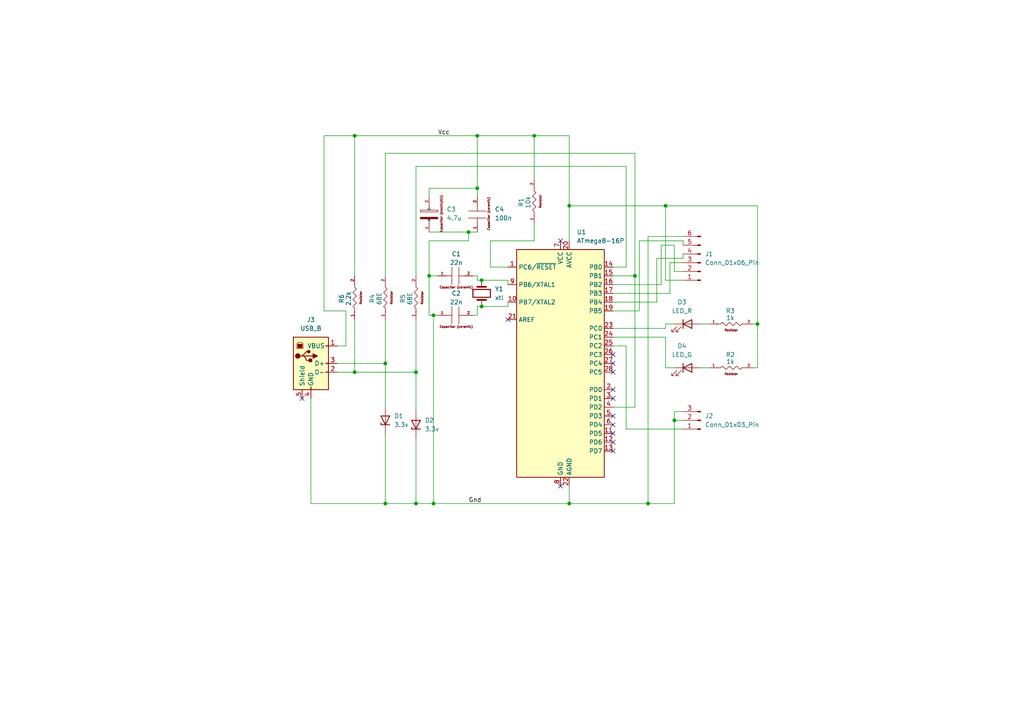
<source format=kicad_sch>
(kicad_sch (version 20231120) (generator "eeschema") (generator_version "8.0")
  (paper "A4")
  (lib_symbols
    (symbol "Capacitor_1:Capacitor"
      (property "Reference" "C" (at 0 3.556 0))
      (symbol "Capacitor_0_1"
        (polyline (pts (xy -1.016 0) (xy -2.54 0)))
        (polyline (pts (xy -1.016 2.54) (xy -1.016 -2.54)))
        (polyline (pts (xy 1.016 0) (xy 2.54 0)))
        (polyline (pts (xy 1.016 2.54) (xy 1.016 -2.54)))
      )
      (symbol "Capacitor_1_1"
        (text "Capacitor (ceramic)" (at 0.254 -3.302 0) (effects (font (size 0.635 0.635))))
        (pin passive line (at -5.08 0 0) (length 2.54) (name "") (number "1"))
        (pin passive line (at 5.08 0 180) (length 2.54) (name "") (number "2"))
      )
    )
    (symbol "Capacitor_1:Capacitor_electrolytic"
      (property "Reference" "C_ele" (at 0.254 3.81 0))
      (symbol "Capacitor_electrolytic_1_1"
        (polyline (pts (xy -1.27 0) (xy -2.54 0)))
        (polyline (pts (xy 1.27 0) (xy 2.54 0)))
        (polyline (pts (xy -0.762 2.54) (xy -0.762 -2.54) (xy -1.27 -2.54) (xy -1.27 2.54) (xy -0.762 2.54)) (fill (type outline)))
        (polyline (pts (xy 0.762 2.54) (xy 0.762 -2.54) (xy 1.27 -2.54) (xy 1.27 2.54) (xy 0.762 2.54)))
        (text "Capacitor (electrlytic)" (at 0.254 -3.556 0) (effects (font (size 0.635 0.635))))
        (pin passive line (at -5.08 0 0) (length 2.54) (name "A") (number "1"))
        (pin passive line (at 5.08 0 180) (length 2.54) (name "C") (number "2"))
      )
    )
    (symbol "Connector:Conn_01x03_Pin" (pin_names (offset 1.016) hide)
      (property "Reference" "J" (at 0 5.08 0))
      (property "Value" "Conn_01x03_Pin" (at 0 -5.08 0))
      (symbol "Conn_01x03_Pin_1_1"
        (polyline (pts (xy 1.27 -2.54) (xy 0.8636 -2.54)) (stroke (width 0.1524)))
        (polyline (pts (xy 1.27 0) (xy 0.8636 0)) (stroke (width 0.1524)))
        (polyline (pts (xy 1.27 2.54) (xy 0.8636 2.54)) (stroke (width 0.1524)))
        (rectangle (start 0.8636 -2.413) (end 0 -2.667) (stroke (width 0.1524)) (fill (type outline)))
        (rectangle (start 0.8636 0.127) (end 0 -0.127) (stroke (width 0.1524)) (fill (type outline)))
        (rectangle (start 0.8636 2.667) (end 0 2.413) (stroke (width 0.1524)) (fill (type outline)))
        (pin passive line (at 5.08 2.54 180) (length 3.81) (name "Pin_1") (number "1"))
        (pin passive line (at 5.08 0 180) (length 3.81) (name "Pin_2") (number "2"))
        (pin passive line (at 5.08 -2.54 180) (length 3.81) (name "Pin_3") (number "3"))
      )
    )
    (symbol "Connector:Conn_01x06_Pin" (pin_names (offset 1.016) hide)
      (property "Reference" "J" (at 0 7.62 0))
      (property "Value" "Conn_01x06_Pin" (at 0 -10.16 0))
      (symbol "Conn_01x06_Pin_1_1"
        (polyline (pts (xy 1.27 -7.62) (xy 0.8636 -7.62)) (stroke (width 0.1524)))
        (polyline (pts (xy 1.27 -5.08) (xy 0.8636 -5.08)) (stroke (width 0.1524)))
        (polyline (pts (xy 1.27 -2.54) (xy 0.8636 -2.54)) (stroke (width 0.1524)))
        (polyline (pts (xy 1.27 0) (xy 0.8636 0)) (stroke (width 0.1524)))
        (polyline (pts (xy 1.27 2.54) (xy 0.8636 2.54)) (stroke (width 0.1524)))
        (polyline (pts (xy 1.27 5.08) (xy 0.8636 5.08)) (stroke (width 0.1524)))
        (rectangle (start 0.8636 -7.493) (end 0 -7.747) (stroke (width 0.1524)) (fill (type outline)))
        (rectangle (start 0.8636 -4.953) (end 0 -5.207) (stroke (width 0.1524)) (fill (type outline)))
        (rectangle (start 0.8636 -2.413) (end 0 -2.667) (stroke (width 0.1524)) (fill (type outline)))
        (rectangle (start 0.8636 0.127) (end 0 -0.127) (stroke (width 0.1524)) (fill (type outline)))
        (rectangle (start 0.8636 2.667) (end 0 2.413) (stroke (width 0.1524)) (fill (type outline)))
        (rectangle (start 0.8636 5.207) (end 0 4.953) (stroke (width 0.1524)) (fill (type outline)))
        (pin passive line (at 5.08 5.08 180) (length 3.81) (name "Pin_1") (number "1"))
        (pin passive line (at 5.08 2.54 180) (length 3.81) (name "Pin_2") (number "2"))
        (pin passive line (at 5.08 0 180) (length 3.81) (name "Pin_3") (number "3"))
        (pin passive line (at 5.08 -2.54 180) (length 3.81) (name "Pin_4") (number "4"))
        (pin passive line (at 5.08 -5.08 180) (length 3.81) (name "Pin_5") (number "5"))
        (pin passive line (at 5.08 -7.62 180) (length 3.81) (name "Pin_6") (number "6"))
      )
    )
    (symbol "Connector:USB_B" (pin_names (offset 1.016))
      (property "Reference" "J" (at -5.08 11.43 0))
      (property "Value" "USB_B" (at -5.08 8.89 0))
      (symbol "USB_B_0_1"
        (rectangle (start -5.08 -7.62) (end 5.08 7.62) (stroke (width 0.254)) (fill (type background)))
        (circle (center -3.81 2.159) (radius 0.635) (stroke (width 0.254)) (fill (type outline)))
        (rectangle (start -3.81 5.588) (end -2.54 4.572) (fill (type outline)))
        (circle (center -0.635 3.429) (radius 0.381) (stroke (width 0.254)) (fill (type outline)))
        (rectangle (start -0.127 -7.62) (end 0.127 -6.858))
        (polyline (pts (xy -1.905 2.159) (xy 0.635 2.159)) (stroke (width 0.254)))
        (polyline (pts (xy -3.175 2.159) (xy -2.54 2.159) (xy -1.27 3.429) (xy -0.635 3.429)) (stroke (width 0.254)))
        (polyline (pts (xy -2.54 2.159) (xy -1.905 2.159) (xy -1.27 0.889) (xy 0 0.889)) (stroke (width 0.254)))
        (polyline (pts (xy 0.635 2.794) (xy 0.635 1.524) (xy 1.905 2.159) (xy 0.635 2.794)) (stroke (width 0.254)) (fill (type outline)))
        (polyline (pts (xy -4.064 4.318) (xy -2.286 4.318) (xy -2.286 5.715) (xy -2.667 6.096) (xy -3.683 6.096) (xy -4.064 5.715) (xy -4.064 4.318)))
        (rectangle (start 0.254 1.27) (end -0.508 0.508) (stroke (width 0.254)) (fill (type outline)))
        (rectangle (start 5.08 -2.667) (end 4.318 -2.413))
        (rectangle (start 5.08 -0.127) (end 4.318 0.127))
        (rectangle (start 5.08 4.953) (end 4.318 5.207))
      )
      (symbol "USB_B_1_1"
        (pin power_out line (at 7.62 5.08 180) (length 2.54) (name "VBUS") (number "1"))
        (pin bidirectional line (at 7.62 -2.54 180) (length 2.54) (name "D-") (number "2"))
        (pin bidirectional line (at 7.62 0 180) (length 2.54) (name "D+") (number "3"))
        (pin power_out line (at 0 -10.16 90) (length 2.54) (name "GND") (number "4"))
        (pin passive line (at -2.54 -10.16 90) (length 2.54) (name "Shield") (number "5"))
      )
    )
    (symbol "Device:Crystal" (pin_numbers hide) (pin_names (offset 1.016) hide)
      (property "Reference" "Y" (at 0 3.81 0))
      (property "Value" "Crystal" (at 0 -3.81 0))
      (symbol "Crystal_0_1"
        (rectangle (start -1.143 2.54) (end 1.143 -2.54) (stroke (width 0.3048)))
        (polyline (pts (xy -2.54 0) (xy -1.905 0)))
        (polyline (pts (xy -1.905 -1.27) (xy -1.905 1.27)) (stroke (width 0.508)))
        (polyline (pts (xy 1.905 -1.27) (xy 1.905 1.27)) (stroke (width 0.508)))
        (polyline (pts (xy 2.54 0) (xy 1.905 0)))
      )
      (symbol "Crystal_1_1"
        (pin passive line (at -3.81 0 0) (length 1.27) (name "1") (number "1"))
        (pin passive line (at 3.81 0 180) (length 1.27) (name "2") (number "2"))
      )
    )
    (symbol "Device:D_Zener" (pin_numbers hide) (pin_names (offset 1.016) hide)
      (property "Reference" "D" (at 0 2.54 0))
      (property "Value" "D_Zener" (at 0 -2.54 0))
      (symbol "D_Zener_0_1"
        (polyline (pts (xy 1.27 0) (xy -1.27 0)))
        (polyline (pts (xy -1.27 -1.27) (xy -1.27 1.27) (xy -0.762 1.27)) (stroke (width 0.254)))
        (polyline (pts (xy 1.27 -1.27) (xy 1.27 1.27) (xy -1.27 0) (xy 1.27 -1.27)) (stroke (width 0.254)))
      )
      (symbol "D_Zener_1_1"
        (pin passive line (at -3.81 0 0) (length 2.54) (name "K") (number "1"))
        (pin passive line (at 3.81 0 180) (length 2.54) (name "A") (number "2"))
      )
    )
    (symbol "Device:LED" (pin_numbers hide) (pin_names (offset 1.016) hide)
      (property "Reference" "D" (at 0 2.54 0))
      (property "Value" "LED" (at 0 -2.54 0))
      (symbol "LED_0_1"
        (polyline (pts (xy -1.27 -1.27) (xy -1.27 1.27)) (stroke (width 0.254)))
        (polyline (pts (xy -1.27 0) (xy 1.27 0)))
        (polyline (pts (xy 1.27 -1.27) (xy 1.27 1.27) (xy -1.27 0) (xy 1.27 -1.27)) (stroke (width 0.254)))
        (polyline (pts (xy -3.048 -0.762) (xy -4.572 -2.286) (xy -3.81 -2.286) (xy -4.572 -2.286) (xy -4.572 -1.524)))
        (polyline (pts (xy -1.778 -0.762) (xy -3.302 -2.286) (xy -2.54 -2.286) (xy -3.302 -2.286) (xy -3.302 -1.524)))
      )
      (symbol "LED_1_1"
        (pin passive line (at -3.81 0 0) (length 2.54) (name "K") (number "1"))
        (pin passive line (at 3.81 0 180) (length 2.54) (name "A") (number "2"))
      )
    )
    (symbol "MCU_Microchip_ATmega:ATmega8-16P"
      (property "Reference" "U" (at -12.7 34.29 0))
      (property "Value" "ATmega8-16P" (at 5.08 -34.29 0))
      (symbol "ATmega8-16P_0_1"
        (rectangle (start -12.7 -33.02) (end 12.7 33.02) (stroke (width 0.254)) (fill (type background)))
      )
      (symbol "ATmega8-16P_1_1"
        (pin bidirectional line (at -15.24 27.94 0) (length 2.54) (name "PC6/~{RESET}") (number "1"))
        (pin bidirectional line (at -15.24 17.78 0) (length 2.54) (name "PB7/XTAL2") (number "10"))
        (pin bidirectional line (at 15.24 -20.32 180) (length 2.54) (name "PD5") (number "11"))
        (pin bidirectional line (at 15.24 -22.86 180) (length 2.54) (name "PD6") (number "12"))
        (pin bidirectional line (at 15.24 -25.4 180) (length 2.54) (name "PD7") (number "13"))
        (pin bidirectional line (at 15.24 27.94 180) (length 2.54) (name "PB0") (number "14"))
        (pin bidirectional line (at 15.24 25.4 180) (length 2.54) (name "PB1") (number "15"))
        (pin bidirectional line (at 15.24 22.86 180) (length 2.54) (name "PB2") (number "16"))
        (pin bidirectional line (at 15.24 20.32 180) (length 2.54) (name "PB3") (number "17"))
        (pin bidirectional line (at 15.24 17.78 180) (length 2.54) (name "PB4") (number "18"))
        (pin bidirectional line (at 15.24 15.24 180) (length 2.54) (name "PB5") (number "19"))
        (pin bidirectional line (at 15.24 -7.62 180) (length 2.54) (name "PD0") (number "2"))
        (pin power_in line (at 2.54 35.56 270) (length 2.54) (name "AVCC") (number "20"))
        (pin passive line (at -15.24 12.7 0) (length 2.54) (name "AREF") (number "21"))
        (pin power_in line (at 2.54 -35.56 90) (length 2.54) (name "AGND") (number "22"))
        (pin bidirectional line (at 15.24 10.16 180) (length 2.54) (name "PC0") (number "23"))
        (pin bidirectional line (at 15.24 7.62 180) (length 2.54) (name "PC1") (number "24"))
        (pin bidirectional line (at 15.24 5.08 180) (length 2.54) (name "PC2") (number "25"))
        (pin bidirectional line (at 15.24 2.54 180) (length 2.54) (name "PC3") (number "26"))
        (pin bidirectional line (at 15.24 0 180) (length 2.54) (name "PC4") (number "27"))
        (pin bidirectional line (at 15.24 -2.54 180) (length 2.54) (name "PC5") (number "28"))
        (pin bidirectional line (at 15.24 -10.16 180) (length 2.54) (name "PD1") (number "3"))
        (pin bidirectional line (at 15.24 -12.7 180) (length 2.54) (name "PD2") (number "4"))
        (pin bidirectional line (at 15.24 -15.24 180) (length 2.54) (name "PD3") (number "5"))
        (pin bidirectional line (at 15.24 -17.78 180) (length 2.54) (name "PD4") (number "6"))
        (pin power_in line (at 0 35.56 270) (length 2.54) (name "VCC") (number "7"))
        (pin power_in line (at 0 -35.56 90) (length 2.54) (name "GND") (number "8"))
        (pin bidirectional line (at -15.24 22.86 0) (length 2.54) (name "PB6/XTAL1") (number "9"))
      )
    )
    (symbol "Resistor_1:Resistor"
      (property "Reference" "R" (at 0 1.524 0))
      (symbol "Resistor_1_1"
        (polyline (pts (xy -3.048 0) (xy -4.318 0)))
        (polyline (pts (xy 3.048 0) (xy 3.81 0)))
        (polyline (pts (xy -3.048 0) (xy -2.54 0.508) (xy -1.524 -0.508) (xy -0.508 0.508) (xy 0.508 -0.508) (xy 1.524 0.508) (xy 2.54 -0.508) (xy 3.048 0)))
        (text "Resistor" (at 0 -1.778 0) (effects (font (size 0.635 0.635))))
        (pin passive line (at -6.35 0 0) (length 2.54) (name "") (number "1"))
        (pin passive line (at 6.35 0 180) (length 2.54) (name "") (number "2"))
      )
    )
  )
  (junction (at 111.76 105.41))
  (junction (at 102.87 39.37))
  (junction (at 165.1 59.69))
  (junction (at 219.71 93.98))
  (junction (at 125.73 91.44))
  (junction (at 120.65 146.05))
  (junction (at 193.04 59.69))
  (junction (at 124.46 80.01))
  (junction (at 184.15 80.01))
  (junction (at 135.89 67.31))
  (junction (at 120.65 107.95))
  (junction (at 139.7 88.9))
  (junction (at 165.1 146.05))
  (junction (at 154.94 39.37))
  (junction (at 187.96 146.05))
  (junction (at 125.73 146.05))
  (junction (at 138.43 54.61))
  (junction (at 111.76 146.05))
  (junction (at 139.7 81.28))
  (junction (at 102.87 107.95))
  (junction (at 138.43 39.37))
  (junction (at 195.58 121.92))
  (no_connect (at 177.8 115.57))
  (no_connect (at 87.63 115.57))
  (no_connect (at 162.56 69.85))
  (no_connect (at 177.8 128.27))
  (no_connect (at 177.8 102.87))
  (no_connect (at 177.8 107.95))
  (no_connect (at 177.8 123.19))
  (no_connect (at 177.8 125.73))
  (no_connect (at 147.32 92.71))
  (no_connect (at 177.8 105.41))
  (no_connect (at 177.8 130.81))
  (no_connect (at 162.56 140.97))
  (no_connect (at 177.8 120.65))
  (no_connect (at 177.8 113.03))
  (wire (pts (xy 111.76 146.05) (xy 120.65 146.05)))
  (wire (pts (xy 124.46 57.15) (xy 124.46 54.61)))
  (wire (pts (xy 124.46 69.85) (xy 135.89 69.85)))
  (wire (pts (xy 165.1 59.69) (xy 193.04 59.69)))
  (wire (pts (xy 181.61 100.33) (xy 177.8 100.33)))
  (wire (pts (xy 127 91.44) (xy 125.73 91.44)))
  (wire (pts (xy 193.04 81.28) (xy 198.12 81.28)))
  (wire (pts (xy 147.32 77.47) (xy 142.24 77.47)))
  (wire (pts (xy 124.46 80.01) (xy 124.46 91.44)))
  (wire (pts (xy 100.33 100.33) (xy 97.79 100.33)))
  (wire (pts (xy 125.73 91.44) (xy 125.73 146.05)))
  (wire (pts (xy 193.04 93.98) (xy 195.58 93.98)))
  (wire (pts (xy 195.58 71.12) (xy 191.77 71.12)))
  (wire (pts (xy 190.5 74.93) (xy 198.12 74.93)))
  (wire (pts (xy 181.61 124.46) (xy 181.61 100.33)))
  (wire (pts (xy 124.46 54.61) (xy 138.43 54.61)))
  (wire (pts (xy 139.7 81.28) (xy 147.32 81.28)))
  (wire (pts (xy 195.58 78.74) (xy 195.58 71.12)))
  (wire (pts (xy 135.89 67.31) (xy 138.43 67.31)))
  (wire (pts (xy 218.44 93.98) (xy 219.71 93.98)))
  (wire (pts (xy 142.24 69.85) (xy 154.94 69.85)))
  (wire (pts (xy 181.61 77.47) (xy 177.8 77.47)))
  (wire (pts (xy 102.87 92.71) (xy 102.87 107.95)))
  (wire (pts (xy 147.32 88.9) (xy 139.7 88.9)))
  (wire (pts (xy 147.32 81.28) (xy 147.32 82.55)))
  (wire (pts (xy 138.43 39.37) (xy 154.94 39.37)))
  (wire (pts (xy 195.58 119.38) (xy 195.58 121.92)))
  (wire (pts (xy 177.8 85.09) (xy 194.31 85.09)))
  (wire (pts (xy 111.76 92.71) (xy 111.76 105.41)))
  (wire (pts (xy 97.79 107.95) (xy 102.87 107.95)))
  (wire (pts (xy 147.32 87.63) (xy 147.32 88.9)))
  (wire (pts (xy 120.65 48.26) (xy 181.61 48.26)))
  (wire (pts (xy 93.98 90.17) (xy 100.33 90.17)))
  (wire (pts (xy 154.94 64.77) (xy 154.94 69.85)))
  (wire (pts (xy 154.94 39.37) (xy 165.1 39.37)))
  (wire (pts (xy 102.87 107.95) (xy 120.65 107.95)))
  (wire (pts (xy 194.31 76.2) (xy 198.12 76.2)))
  (wire (pts (xy 198.12 119.38) (xy 195.58 119.38)))
  (wire (pts (xy 135.89 69.85) (xy 135.89 67.31)))
  (wire (pts (xy 193.04 59.69) (xy 193.04 81.28)))
  (wire (pts (xy 198.12 74.93) (xy 198.12 73.66)))
  (wire (pts (xy 138.43 80.01) (xy 138.43 81.28)))
  (wire (pts (xy 111.76 80.01) (xy 111.76 44.45)))
  (wire (pts (xy 177.8 97.79) (xy 193.04 97.79)))
  (wire (pts (xy 193.04 106.68) (xy 195.58 106.68)))
  (wire (pts (xy 120.65 127) (xy 120.65 146.05)))
  (wire (pts (xy 190.5 87.63) (xy 190.5 74.93)))
  (wire (pts (xy 219.71 106.68) (xy 219.71 93.98)))
  (wire (pts (xy 195.58 146.05) (xy 187.96 146.05)))
  (wire (pts (xy 138.43 39.37) (xy 138.43 54.61)))
  (wire (pts (xy 184.15 44.45) (xy 184.15 80.01)))
  (wire (pts (xy 219.71 59.69) (xy 193.04 59.69)))
  (wire (pts (xy 100.33 90.17) (xy 100.33 100.33)))
  (wire (pts (xy 198.12 124.46) (xy 181.61 124.46)))
  (wire (pts (xy 195.58 121.92) (xy 195.58 146.05)))
  (wire (pts (xy 90.17 146.05) (xy 111.76 146.05)))
  (wire (pts (xy 203.2 106.68) (xy 205.74 106.68)))
  (wire (pts (xy 218.44 106.68) (xy 219.71 106.68)))
  (wire (pts (xy 120.65 92.71) (xy 120.65 107.95)))
  (wire (pts (xy 219.71 93.98) (xy 219.71 59.69)))
  (wire (pts (xy 142.24 77.47) (xy 142.24 69.85)))
  (wire (pts (xy 193.04 97.79) (xy 193.04 106.68)))
  (wire (pts (xy 185.42 90.17) (xy 177.8 90.17)))
  (wire (pts (xy 198.12 68.58) (xy 187.96 68.58)))
  (wire (pts (xy 139.7 88.9) (xy 138.43 88.9)))
  (wire (pts (xy 191.77 71.12) (xy 191.77 82.55)))
  (wire (pts (xy 138.43 54.61) (xy 138.43 57.15)))
  (wire (pts (xy 138.43 80.01) (xy 137.16 80.01)))
  (wire (pts (xy 111.76 125.73) (xy 111.76 146.05)))
  (wire (pts (xy 165.1 59.69) (xy 165.1 69.85)))
  (wire (pts (xy 203.2 93.98) (xy 205.74 93.98)))
  (wire (pts (xy 198.12 69.85) (xy 198.12 71.12)))
  (wire (pts (xy 195.58 121.92) (xy 198.12 121.92)))
  (wire (pts (xy 191.77 82.55) (xy 177.8 82.55)))
  (wire (pts (xy 125.73 91.44) (xy 124.46 91.44)))
  (wire (pts (xy 97.79 105.41) (xy 111.76 105.41)))
  (wire (pts (xy 184.15 80.01) (xy 184.15 118.11)))
  (wire (pts (xy 111.76 105.41) (xy 111.76 118.11)))
  (wire (pts (xy 124.46 69.85) (xy 124.46 80.01)))
  (wire (pts (xy 111.76 44.45) (xy 184.15 44.45)))
  (wire (pts (xy 93.98 39.37) (xy 102.87 39.37)))
  (wire (pts (xy 177.8 87.63) (xy 190.5 87.63)))
  (wire (pts (xy 102.87 39.37) (xy 102.87 80.01)))
  (wire (pts (xy 177.8 95.25) (xy 193.04 95.25)))
  (wire (pts (xy 120.65 107.95) (xy 120.65 119.38)))
  (wire (pts (xy 193.04 95.25) (xy 193.04 93.98)))
  (wire (pts (xy 181.61 48.26) (xy 181.61 77.47)))
  (wire (pts (xy 187.96 68.58) (xy 187.96 146.05)))
  (wire (pts (xy 90.17 115.57) (xy 90.17 146.05)))
  (wire (pts (xy 93.98 39.37) (xy 93.98 90.17)))
  (wire (pts (xy 138.43 81.28) (xy 139.7 81.28)))
  (wire (pts (xy 154.94 39.37) (xy 154.94 52.07)))
  (wire (pts (xy 165.1 39.37) (xy 165.1 59.69)))
  (wire (pts (xy 102.87 39.37) (xy 138.43 39.37)))
  (wire (pts (xy 177.8 80.01) (xy 184.15 80.01)))
  (wire (pts (xy 125.73 146.05) (xy 165.1 146.05)))
  (wire (pts (xy 165.1 146.05) (xy 165.1 140.97)))
  (wire (pts (xy 127 80.01) (xy 124.46 80.01)))
  (wire (pts (xy 138.43 91.44) (xy 138.43 88.9)))
  (wire (pts (xy 185.42 69.85) (xy 185.42 90.17)))
  (wire (pts (xy 120.65 146.05) (xy 125.73 146.05)))
  (wire (pts (xy 184.15 118.11) (xy 177.8 118.11)))
  (wire (pts (xy 137.16 91.44) (xy 138.43 91.44)))
  (wire (pts (xy 198.12 78.74) (xy 195.58 78.74)))
  (wire (pts (xy 194.31 85.09) (xy 194.31 76.2)))
  (wire (pts (xy 120.65 80.01) (xy 120.65 48.26)))
  (wire (pts (xy 185.42 69.85) (xy 198.12 69.85)))
  (wire (pts (xy 187.96 146.05) (xy 165.1 146.05)))
  (wire (pts (xy 124.46 67.31) (xy 135.89 67.31)))
  (label "Gnd" (at 135.89 146.05 0))
  (label "Vcc" (at 127 39.37 0))
  (symbol (lib_id "Capacitor_1:Capacitor") (at 138.43 62.23 90) (unit 1)
    (property "Reference" "C4" (at 143.51 60.7058 90) (effects (justify right)))
    (property "Value" "100n" (at 143.51 63.2458 90) (effects (justify right)))
    (property "Footprint" "Capacitor_THT:C_Disc_D5.0mm_W2.5mm_P2.50mm" (effects (hide yes)))
  )
  (symbol (lib_id "Connector:Conn_01x03_Pin") (at 203.2 121.92 180) (unit 1)
    (property "Reference" "J2" (at 204.47 120.6499 0) (effects (justify right)))
    (property "Value" "Conn_01x03_Pin" (at 204.47 123.1899 0) (effects (justify right)))
    (property "Footprint" "Connector_PinHeader_2.54mm:PinHeader_1x03_P2.54mm_Vertical" (effects (hide yes)))
    (property "Description" "Generic connector, single row, 01x03, script generated" (effects (hide yes)))
  )
  (symbol (lib_id "Capacitor_1:Capacitor") (at 132.08 91.44 0) (unit 1)
    (property "Reference" "C2" (at 132.334 85.09 0))
    (property "Value" "22n" (at 132.334 87.63 0))
    (property "Footprint" "Capacitor_THT:C_Disc_D5.0mm_W2.5mm_P2.50mm" (effects (hide yes)))
  )
  (symbol (lib_id "Device:D_Zener") (at 120.65 123.19 90) (unit 1)
    (property "Reference" "D2" (at 123.19 121.9199 90) (effects (justify right)))
    (property "Value" "3.3v" (at 123.19 124.4599 90) (effects (justify right)))
    (property "Footprint" "Diode_THT:D_DO-41_SOD81_P7.62mm_Horizontal" (effects (hide yes)))
    (property "Description" "Zener diode" (effects (hide yes)))
  )
  (symbol (lib_id "Connector:USB_B") (at 90.17 105.41 0) (unit 1)
    (property "Reference" "J3" (at 90.17 92.71 0))
    (property "Value" "USB_B" (at 90.17 95.25 0))
    (property "Footprint" "Connector_USB:USB_B_Lumberg_2411_02_Horizontal" (effects (hide yes)))
    (property "Description" "USB Type B connector" (effects (hide yes)))
  )
  (symbol (lib_id "Resistor_1:Resistor") (at 120.65 86.36 90) (unit 1)
    (property "Reference" "R5" (at 116.84 86.614 0))
    (property "Value" "68E" (at 118.872 86.614 0))
    (property "Footprint" "Resistor_THT:R_Axial_DIN0207_L6.3mm_D2.5mm_P7.62mm_Horizontal" (effects (hide yes)))
  )
  (symbol (lib_id "Device:D_Zener") (at 111.76 121.92 90) (unit 1)
    (property "Reference" "D1" (at 114.3 120.6499 90) (effects (justify right)))
    (property "Value" "3.3v" (at 114.3 123.1899 90) (effects (justify right)))
    (property "Footprint" "Diode_THT:D_DO-41_SOD81_P7.62mm_Horizontal" (effects (hide yes)))
    (property "Description" "Zener diode" (effects (hide yes)))
  )
  (symbol (lib_id "Device:LED") (at 199.39 93.98 0) (unit 1)
    (property "Reference" "D3" (at 197.8025 87.63 0))
    (property "Value" "LED_R" (at 197.8025 90.17 0))
    (property "Footprint" "LED_THT:LED_D3.0mm" (effects (hide yes)))
    (property "Description" "Light emitting diode" (effects (hide yes)))
  )
  (symbol (lib_id "Capacitor_1:Capacitor_electrolytic") (at 124.46 62.23 90) (unit 1)
    (property "Reference" "C3" (at 129.54 60.7059 90) (effects (justify right)))
    (property "Value" "4.7u" (at 129.54 63.2459 90) (effects (justify right)))
    (property "Footprint" "Capacitor_THT:CP_Radial_D5.0mm_P2.50mm" (effects (hide yes)))
  )
  (symbol (lib_id "MCU_Microchip_ATmega:ATmega8-16P") (at 162.56 105.41 0) (unit 1)
    (property "Reference" "U1" (at 167.2941 67.31 0) (effects (justify left)))
    (property "Value" "ATmega8-16P" (at 167.2941 69.85 0) (effects (justify left)))
    (property "Footprint" "Package_DIP:DIP-28_W7.62mm" (effects (hide yes)))
    (property "Datasheet" "http://ww1.microchip.com/downloads/en/DeviceDoc/atmel-2486-8-bit-avr-microcontroller-atmega8_l_datasheet.pdf" (effects (hide yes)))
    (property "Description" "16MHz, 8kB Flash, 1kB SRAM, 512B EEPROM, DIP-28" (effects (hide yes)))
  )
  (symbol (lib_id "Device:LED") (at 199.39 106.68 0) (unit 1)
    (property "Reference" "D4" (at 197.8025 100.33 0))
    (property "Value" "LED_G" (at 197.8025 102.87 0))
    (property "Footprint" "LED_THT:LED_D3.0mm" (effects (hide yes)))
    (property "Description" "Light emitting diode" (effects (hide yes)))
  )
  (symbol (lib_id "Resistor_1:Resistor") (at 111.76 86.36 90) (unit 1)
    (property "Reference" "R4" (at 107.95 86.614 0))
    (property "Value" "68E" (at 109.982 86.614 0))
    (property "Footprint" "Resistor_THT:R_Axial_DIN0207_L6.3mm_D2.5mm_P7.62mm_Horizontal" (effects (hide yes)))
  )
  (symbol (lib_id "Resistor_1:Resistor") (at 102.87 86.36 90) (unit 1)
    (property "Reference" "R6" (at 99.06 86.614 0))
    (property "Value" "2.2k" (at 101.092 86.614 0))
    (property "Footprint" "Resistor_THT:R_Axial_DIN0207_L6.3mm_D2.5mm_P7.62mm_Horizontal" (effects (hide yes)))
  )
  (symbol (lib_id "Resistor_1:Resistor") (at 154.94 58.42 90) (unit 1)
    (property "Reference" "R1" (at 151.13 58.674 0))
    (property "Value" "10k" (at 153.162 58.674 0))
    (property "Footprint" "Resistor_THT:R_Axial_DIN0207_L6.3mm_D2.5mm_P7.62mm_Horizontal" (effects (hide yes)))
  )
  (symbol (lib_id "Capacitor_1:Capacitor") (at 132.08 80.01 0) (unit 1)
    (property "Reference" "C1" (at 132.334 73.66 0))
    (property "Value" "22n" (at 132.334 76.2 0))
    (property "Footprint" "Capacitor_THT:C_Disc_D5.0mm_W2.5mm_P2.50mm" (effects (hide yes)))
  )
  (symbol (lib_id "Device:Crystal") (at 139.7 85.09 90) (unit 1)
    (property "Reference" "Y1" (at 143.51 83.8199 90) (effects (justify right)))
    (property "Value" "xtl" (at 143.51 86.3599 90) (effects (justify right)))
    (property "Footprint" "Crystal:Crystal_HC49-4H_Vertical" (effects (hide yes)))
    (property "Description" "Two pin crystal" (effects (hide yes)))
  )
  (symbol (lib_id "Resistor_1:Resistor") (at 212.09 93.98 0) (unit 1)
    (property "Reference" "R3" (at 211.836 90.17 0))
    (property "Value" "1k" (at 211.836 92.202 0))
    (property "Footprint" "Resistor_THT:R_Axial_DIN0207_L6.3mm_D2.5mm_P7.62mm_Horizontal" (effects (hide yes)))
  )
  (symbol (lib_id "Resistor_1:Resistor") (at 212.09 106.68 0) (unit 1)
    (property "Reference" "R2" (at 211.836 102.87 0))
    (property "Value" "1k" (at 211.836 104.902 0))
    (property "Footprint" "Resistor_THT:R_Axial_DIN0207_L6.3mm_D2.5mm_P7.62mm_Horizontal" (effects (hide yes)))
  )
  (symbol (lib_id "Connector:Conn_01x06_Pin") (at 203.2 76.2 180) (unit 1)
    (property "Reference" "J1" (at 204.47 73.6599 0) (effects (justify right)))
    (property "Value" "Conn_01x06_Pin" (at 204.47 76.1999 0) (effects (justify right)))
    (property "Footprint" "Connector_PinHeader_2.54mm:PinHeader_1x06_P2.54mm_Vertical" (effects (hide yes)))
    (property "Description" "Generic connector, single row, 01x06, script generated" (effects (hide yes)))
  )
)
</source>
